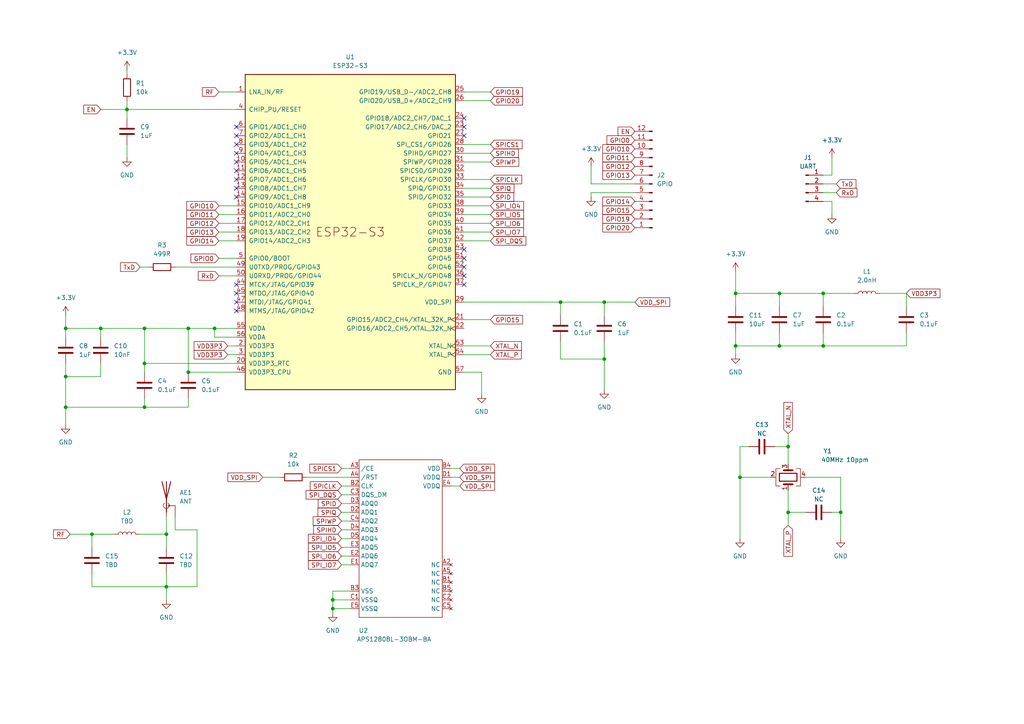
<source format=kicad_sch>
(kicad_sch (version 20211123) (generator eeschema)
  (paper "A4")
  (lib_symbols
    (symbol "Connector:Conn_01x04_Male" (pin_names (offset 1.016) hide)
      (property "Reference" "J" (at 0 5.08 0))
      (property "Value" "Conn_01x04_Male" (at 0 -7.62 0))
      (symbol "Conn_01x04_Male_1_1"
        (polyline (pts (xy 1.27 -5.08) (xy 0.8636 -5.08)) (stroke (width 0.1524)))
        (polyline (pts (xy 1.27 -2.54) (xy 0.8636 -2.54)) (stroke (width 0.1524)))
        (polyline (pts (xy 1.27 0) (xy 0.8636 0)) (stroke (width 0.1524)))
        (polyline (pts (xy 1.27 2.54) (xy 0.8636 2.54)) (stroke (width 0.1524)))
        (rectangle (start 0.8636 -4.953) (end 0 -5.207) (stroke (width 0.1524)) (fill (type outline)))
        (rectangle (start 0.8636 -2.413) (end 0 -2.667) (stroke (width 0.1524)) (fill (type outline)))
        (rectangle (start 0.8636 0.127) (end 0 -0.127) (stroke (width 0.1524)) (fill (type outline)))
        (rectangle (start 0.8636 2.667) (end 0 2.413) (stroke (width 0.1524)) (fill (type outline)))
        (pin passive line (at 5.08 2.54 180) (length 3.81) (name "Pin_1") (number "1"))
        (pin passive line (at 5.08 0 180) (length 3.81) (name "Pin_2") (number "2"))
        (pin passive line (at 5.08 -2.54 180) (length 3.81) (name "Pin_3") (number "3"))
        (pin passive line (at 5.08 -5.08 180) (length 3.81) (name "Pin_4") (number "4"))
      )
    )
    (symbol "Connector:Conn_01x12_Male" (pin_names (offset 1.016) hide)
      (property "Reference" "J" (at 0 15.24 0))
      (property "Value" "Conn_01x12_Male" (at 0 -17.78 0))
      (symbol "Conn_01x12_Male_1_1"
        (polyline (pts (xy 1.27 -15.24) (xy 0.8636 -15.24)) (stroke (width 0.1524)))
        (polyline (pts (xy 1.27 -12.7) (xy 0.8636 -12.7)) (stroke (width 0.1524)))
        (polyline (pts (xy 1.27 -10.16) (xy 0.8636 -10.16)) (stroke (width 0.1524)))
        (polyline (pts (xy 1.27 -7.62) (xy 0.8636 -7.62)) (stroke (width 0.1524)))
        (polyline (pts (xy 1.27 -5.08) (xy 0.8636 -5.08)) (stroke (width 0.1524)))
        (polyline (pts (xy 1.27 -2.54) (xy 0.8636 -2.54)) (stroke (width 0.1524)))
        (polyline (pts (xy 1.27 0) (xy 0.8636 0)) (stroke (width 0.1524)))
        (polyline (pts (xy 1.27 2.54) (xy 0.8636 2.54)) (stroke (width 0.1524)))
        (polyline (pts (xy 1.27 5.08) (xy 0.8636 5.08)) (stroke (width 0.1524)))
        (polyline (pts (xy 1.27 7.62) (xy 0.8636 7.62)) (stroke (width 0.1524)))
        (polyline (pts (xy 1.27 10.16) (xy 0.8636 10.16)) (stroke (width 0.1524)))
        (polyline (pts (xy 1.27 12.7) (xy 0.8636 12.7)) (stroke (width 0.1524)))
        (rectangle (start 0.8636 -15.113) (end 0 -15.367) (stroke (width 0.1524)) (fill (type outline)))
        (rectangle (start 0.8636 -12.573) (end 0 -12.827) (stroke (width 0.1524)) (fill (type outline)))
        (rectangle (start 0.8636 -10.033) (end 0 -10.287) (stroke (width 0.1524)) (fill (type outline)))
        (rectangle (start 0.8636 -7.493) (end 0 -7.747) (stroke (width 0.1524)) (fill (type outline)))
        (rectangle (start 0.8636 -4.953) (end 0 -5.207) (stroke (width 0.1524)) (fill (type outline)))
        (rectangle (start 0.8636 -2.413) (end 0 -2.667) (stroke (width 0.1524)) (fill (type outline)))
        (rectangle (start 0.8636 0.127) (end 0 -0.127) (stroke (width 0.1524)) (fill (type outline)))
        (rectangle (start 0.8636 2.667) (end 0 2.413) (stroke (width 0.1524)) (fill (type outline)))
        (rectangle (start 0.8636 5.207) (end 0 4.953) (stroke (width 0.1524)) (fill (type outline)))
        (rectangle (start 0.8636 7.747) (end 0 7.493) (stroke (width 0.1524)) (fill (type outline)))
        (rectangle (start 0.8636 10.287) (end 0 10.033) (stroke (width 0.1524)) (fill (type outline)))
        (rectangle (start 0.8636 12.827) (end 0 12.573) (stroke (width 0.1524)) (fill (type outline)))
        (pin passive line (at 5.08 12.7 180) (length 3.81) (name "Pin_1") (number "1"))
        (pin passive line (at 5.08 -10.16 180) (length 3.81) (name "Pin_10") (number "10"))
        (pin passive line (at 5.08 -12.7 180) (length 3.81) (name "Pin_11") (number "11"))
        (pin passive line (at 5.08 -15.24 180) (length 3.81) (name "Pin_12") (number "12"))
        (pin passive line (at 5.08 10.16 180) (length 3.81) (name "Pin_2") (number "2"))
        (pin passive line (at 5.08 7.62 180) (length 3.81) (name "Pin_3") (number "3"))
        (pin passive line (at 5.08 5.08 180) (length 3.81) (name "Pin_4") (number "4"))
        (pin passive line (at 5.08 2.54 180) (length 3.81) (name "Pin_5") (number "5"))
        (pin passive line (at 5.08 0 180) (length 3.81) (name "Pin_6") (number "6"))
        (pin passive line (at 5.08 -2.54 180) (length 3.81) (name "Pin_7") (number "7"))
        (pin passive line (at 5.08 -5.08 180) (length 3.81) (name "Pin_8") (number "8"))
        (pin passive line (at 5.08 -7.62 180) (length 3.81) (name "Pin_9") (number "9"))
      )
    )
    (symbol "Device:Antenna_Shield" (pin_numbers hide) (pin_names (offset 1.016) hide)
      (property "Reference" "AE" (at -1.905 4.445 0))
      (property "Value" "Antenna_Shield" (at -1.905 2.54 0))
      (symbol "Antenna_Shield_0_1"
        (arc (start -0.508 -1.143) (mid -0.8429 -2.1194) (end 0 -2.667))
        (arc (start 0 -2.667) (mid 0.7989 -2.1052) (end 0.508 -1.143))
        (polyline (pts (xy 0 -2.54) (xy 0 0)))
        (polyline (pts (xy 0 5.08) (xy 0 -3.81)) (stroke (width 0.254)))
        (polyline (pts (xy 0.762 -1.905) (xy 2.54 -1.905)))
        (polyline (pts (xy 2.54 -2.54) (xy 2.54 -1.905)))
        (polyline (pts (xy 1.27 5.08) (xy 0 0) (xy -1.27 5.08)) (stroke (width 0.254)))
        (circle (center 0.762 -1.905) (radius 0.1778) (fill (type outline)))
      )
      (symbol "Antenna_Shield_1_1"
        (pin input line (at 0 -5.08 90) (length 2.54) (name "A") (number "1"))
        (pin input line (at 2.54 -5.08 90) (length 2.54) (name "Shield") (number "2"))
      )
    )
    (symbol "Device:C" (pin_numbers hide) (pin_names (offset 0.254))
      (property "Reference" "C" (at 0.635 2.54 0))
      (property "Value" "C" (at 0.635 -2.54 0))
      (symbol "C_0_1"
        (polyline (pts (xy -2.032 -0.762) (xy 2.032 -0.762)) (stroke (width 0.508)))
        (polyline (pts (xy -2.032 0.762) (xy 2.032 0.762)) (stroke (width 0.508)))
      )
      (symbol "C_1_1"
        (pin passive line (at 0 3.81 270) (length 2.794) (name "~") (number "1"))
        (pin passive line (at 0 -3.81 90) (length 2.794) (name "~") (number "2"))
      )
    )
    (symbol "Device:Crystal_GND24" (pin_names (offset 1.016) hide)
      (property "Reference" "Y" (at 3.175 5.08 0))
      (property "Value" "Crystal_GND24" (at 3.175 3.175 0))
      (symbol "Crystal_GND24_0_1"
        (rectangle (start -1.143 2.54) (end 1.143 -2.54) (stroke (width 0.3048)))
        (polyline (pts (xy -2.54 0) (xy -2.032 0)))
        (polyline (pts (xy -2.032 -1.27) (xy -2.032 1.27)) (stroke (width 0.508)))
        (polyline (pts (xy 0 -3.81) (xy 0 -3.556)))
        (polyline (pts (xy 0 3.556) (xy 0 3.81)))
        (polyline (pts (xy 2.032 -1.27) (xy 2.032 1.27)) (stroke (width 0.508)))
        (polyline (pts (xy 2.032 0) (xy 2.54 0)))
        (polyline (pts (xy -2.54 -2.286) (xy -2.54 -3.556) (xy 2.54 -3.556) (xy 2.54 -2.286)))
        (polyline (pts (xy -2.54 2.286) (xy -2.54 3.556) (xy 2.54 3.556) (xy 2.54 2.286)))
      )
      (symbol "Crystal_GND24_1_1"
        (pin passive line (at -3.81 0 0) (length 1.27) (name "1") (number "1"))
        (pin passive line (at 0 5.08 270) (length 1.27) (name "2") (number "2"))
        (pin passive line (at 3.81 0 180) (length 1.27) (name "3") (number "3"))
        (pin passive line (at 0 -5.08 90) (length 1.27) (name "4") (number "4"))
      )
    )
    (symbol "Device:L" (pin_numbers hide) (pin_names (offset 1.016) hide)
      (property "Reference" "L" (at -1.27 0 90))
      (property "Value" "L" (at 1.905 0 90))
      (symbol "L_0_1"
        (arc (start 0 -2.54) (mid 0.635 -1.905) (end 0 -1.27))
        (arc (start 0 -1.27) (mid 0.635 -0.635) (end 0 0))
        (arc (start 0 0) (mid 0.635 0.635) (end 0 1.27))
        (arc (start 0 1.27) (mid 0.635 1.905) (end 0 2.54))
      )
      (symbol "L_1_1"
        (pin passive line (at 0 3.81 270) (length 1.27) (name "1") (number "1"))
        (pin passive line (at 0 -3.81 90) (length 1.27) (name "2") (number "2"))
      )
    )
    (symbol "Device:R" (pin_numbers hide) (pin_names (offset 0))
      (property "Reference" "R" (at 2.032 0 90))
      (property "Value" "R" (at 0 0 90))
      (symbol "R_0_1"
        (rectangle (start -1.016 -2.54) (end 1.016 2.54) (stroke (width 0.254)))
      )
      (symbol "R_1_1"
        (pin passive line (at 0 3.81 270) (length 1.27) (name "~") (number "1"))
        (pin passive line (at 0 -3.81 90) (length 1.27) (name "~") (number "2"))
      )
    )
    (symbol "esp-lib:ESP32-S3" (pin_names (offset 1.016))
      (property "Reference" "U" (at 0 48.26 0))
      (property "Value" "ESP32-S3" (at 0 -48.26 0))
      (symbol "ESP32-S3_0_0"
        (text "ESP32-S3" (at 0 0 0) (effects (font (size 2.54 2.54))))
        (pin bidirectional line (at 33.02 -12.7 180) (length 2.54) (name "SPICLK_N/GPIO48") (number "36"))
        (pin bidirectional line (at 33.02 -15.24 180) (length 2.54) (name "SPICLK_P/GPIO47") (number "37"))
      )
      (symbol "ESP32-S3_0_1"
        (rectangle (start -30.48 45.72) (end 30.48 -45.72) (stroke (width 0.254)) (fill (type background)))
      )
      (symbol "ESP32-S3_1_1"
        (pin bidirectional line (at -33.02 40.64 0) (length 2.54) (name "LNA_IN/RF") (number "1"))
        (pin bidirectional line (at -33.02 20.32 0) (length 2.54) (name "GPIO5/ADC1_CH4") (number "10"))
        (pin bidirectional line (at -33.02 17.78 0) (length 2.54) (name "GPIO6/ADC1_CH5") (number "11"))
        (pin bidirectional line (at -33.02 15.24 0) (length 2.54) (name "GPIO7/ADC1_CH6") (number "12"))
        (pin bidirectional line (at -33.02 12.7 0) (length 2.54) (name "GPIO8/ADC1_CH7") (number "13"))
        (pin bidirectional line (at -33.02 10.16 0) (length 2.54) (name "GPIO9/ADC1_CH8") (number "14"))
        (pin bidirectional line (at -33.02 7.62 0) (length 2.54) (name "GPIO10/ADC1_CH9") (number "15"))
        (pin bidirectional line (at -33.02 5.08 0) (length 2.54) (name "GPIO11/ADC2_CH0") (number "16"))
        (pin bidirectional line (at -33.02 2.54 0) (length 2.54) (name "GPIO12/ADC2_CH1") (number "17"))
        (pin bidirectional line (at -33.02 0 0) (length 2.54) (name "GPIO13/ADC2_CH2") (number "18"))
        (pin bidirectional line (at -33.02 -2.54 0) (length 2.54) (name "GPIO14/ADC2_CH3") (number "19"))
        (pin power_in line (at -33.02 -33.02 0) (length 2.54) (name "VDD3P3") (number "2"))
        (pin power_in line (at -33.02 -38.1 0) (length 2.54) (name "VDD3P3_RTC") (number "20"))
        (pin input clock (at 33.02 -25.4 180) (length 2.54) (name "GPIO15/ADC2_CH4/XTAL_32K_P") (number "21"))
        (pin output clock (at 33.02 -27.94 180) (length 2.54) (name "GPIO16/ADC2_CH5/XTAL_32K_N") (number "22"))
        (pin bidirectional line (at 33.02 30.48 180) (length 2.54) (name "GPIO17/ADC2_CH6/DAC_2") (number "23"))
        (pin bidirectional line (at 33.02 33.02 180) (length 2.54) (name "GPIO18/ADC2_CH7/DAC_1") (number "24"))
        (pin bidirectional line (at 33.02 40.64 180) (length 2.54) (name "GPIO19/USB_D-/ADC2_CH8") (number "25"))
        (pin bidirectional line (at 33.02 38.1 180) (length 2.54) (name "GPIO20/USB_D+/ADC2_CH9") (number "26"))
        (pin bidirectional line (at 33.02 27.94 180) (length 2.54) (name "GPIO21") (number "27"))
        (pin bidirectional line (at 33.02 25.4 180) (length 2.54) (name "SPI_CS1/GPIO26") (number "28"))
        (pin power_out line (at 33.02 -20.32 180) (length 2.54) (name "VDD_SPI") (number "29"))
        (pin power_in line (at -33.02 -35.56 0) (length 2.54) (name "VDD3P3") (number "3"))
        (pin bidirectional line (at 33.02 22.86 180) (length 2.54) (name "SPIHD/GPIO27") (number "30"))
        (pin bidirectional line (at 33.02 20.32 180) (length 2.54) (name "SPIWP/GPIO28") (number "31"))
        (pin bidirectional line (at 33.02 17.78 180) (length 2.54) (name "SPICS0/GPIO29") (number "32"))
        (pin bidirectional line (at 33.02 15.24 180) (length 2.54) (name "SPICLK/GPIO30") (number "33"))
        (pin bidirectional line (at 33.02 12.7 180) (length 2.54) (name "SPIQ/GPIO31") (number "34"))
        (pin bidirectional line (at 33.02 10.16 180) (length 2.54) (name "SPID/GPIO32") (number "35"))
        (pin bidirectional line (at 33.02 7.62 180) (length 2.54) (name "GPIO33") (number "38"))
        (pin bidirectional line (at 33.02 5.08 180) (length 2.54) (name "GPIO34") (number "39"))
        (pin input line (at -33.02 35.56 0) (length 2.54) (name "CHIP_PU/RESET") (number "4"))
        (pin bidirectional line (at 33.02 2.54 180) (length 2.54) (name "GPIO35") (number "40"))
        (pin bidirectional line (at 33.02 0 180) (length 2.54) (name "GPIO36") (number "41"))
        (pin bidirectional line (at 33.02 -2.54 180) (length 2.54) (name "GPIO37") (number "42"))
        (pin bidirectional line (at 33.02 -5.08 180) (length 2.54) (name "GPIO38") (number "43"))
        (pin bidirectional line (at -33.02 -15.24 0) (length 2.54) (name "MTCK/JTAG/GPIO39") (number "44"))
        (pin bidirectional line (at -33.02 -17.78 0) (length 2.54) (name "MTDO/JTAG/GPIO40") (number "45"))
        (pin power_in line (at -33.02 -40.64 0) (length 2.54) (name "VDD3P3_CPU") (number "46"))
        (pin bidirectional line (at -33.02 -20.32 0) (length 2.54) (name "MTDI/JTAG/GPIO41") (number "47"))
        (pin bidirectional line (at -33.02 -22.86 0) (length 2.54) (name "MTMS/JTAG/GPIO42") (number "48"))
        (pin bidirectional line (at -33.02 -10.16 0) (length 2.54) (name "U0TXD/PROG/GPIO43") (number "49"))
        (pin bidirectional line (at -33.02 -7.62 0) (length 2.54) (name "GPIO0/BOOT") (number "5"))
        (pin bidirectional line (at -33.02 -12.7 0) (length 2.54) (name "U0RXD/PROG/GPIO44") (number "50"))
        (pin bidirectional line (at 33.02 -7.62 180) (length 2.54) (name "GPIO45") (number "51"))
        (pin bidirectional line (at 33.02 -10.16 180) (length 2.54) (name "GPIO46") (number "52"))
        (pin input clock (at 33.02 -33.02 180) (length 2.54) (name "XTAL_N") (number "53"))
        (pin output clock (at 33.02 -35.56 180) (length 2.54) (name "XTAL_P") (number "54"))
        (pin power_in line (at -33.02 -27.94 0) (length 2.54) (name "VDDA") (number "55"))
        (pin power_in line (at -33.02 -30.48 0) (length 2.54) (name "VDDA") (number "56"))
        (pin power_in line (at 33.02 -40.64 180) (length 2.54) (name "GND") (number "57"))
        (pin bidirectional line (at -33.02 30.48 0) (length 2.54) (name "GPIO1/ADC1_CH0") (number "6"))
        (pin bidirectional line (at -33.02 27.94 0) (length 2.54) (name "GPIO2/ADC1_CH1") (number "7"))
        (pin bidirectional line (at -33.02 25.4 0) (length 2.54) (name "GPIO3/ADC1_CH2") (number "8"))
        (pin bidirectional line (at -33.02 22.86 0) (length 2.54) (name "GPIO4/ADC1_CH3") (number "9"))
      )
    )
    (symbol "jackco-lib:APS12808L-3OBM-BA"
      (property "Reference" "U" (at 0 23.73 0))
      (property "Value" "APS12808L-3OBM-BA" (at 0 -26.27 0))
      (symbol "APS12808L-3OBM-BA_0_1"
        (polyline (pts (xy -12.7 21.59) (xy 11.43 21.59) (xy 11.43 -24.13) (xy -12.7 -24.13) (xy -12.7 21.59)))
      )
      (symbol "APS12808L-3OBM-BA_1_1"
        (pin no_connect line (at 13.97 -8.89 180) (length 2.54) (name "NC") (number "A2"))
        (pin input line (at -15.24 19.05 0) (length 2.54) (name "/CE") (number "A3"))
        (pin input line (at -15.24 16.51 0) (length 2.54) (name "/RST") (number "A4"))
        (pin no_connect line (at 13.97 -11.43 180) (length 2.54) (name "NC") (number "A5"))
        (pin no_connect line (at 13.97 -13.97 180) (length 2.54) (name "NC") (number "B1"))
        (pin input line (at -15.24 13.97 0) (length 2.54) (name "CLK") (number "B2"))
        (pin power_in line (at -15.24 -16.51 0) (length 2.54) (name "VSS") (number "B3"))
        (pin power_in line (at 13.97 19.05 180) (length 2.54) (name "VDD") (number "B4"))
        (pin no_connect line (at 13.97 -16.51 180) (length 2.54) (name "NC") (number "B5"))
        (pin power_in line (at -15.24 -19.05 0) (length 2.54) (name "VSSQ") (number "C1"))
        (pin no_connect line (at 13.97 -19.05 180) (length 2.54) (name "NC") (number "C2"))
        (pin bidirectional line (at -15.24 11.43 0) (length 2.54) (name "DQS_DM") (number "C3"))
        (pin bidirectional line (at -15.24 3.81 0) (length 2.54) (name "ADQ2") (number "C4"))
        (pin no_connect line (at 13.97 -21.59 180) (length 2.54) (name "NC") (number "C5"))
        (pin power_in line (at 13.97 16.51 180) (length 2.54) (name "VDDQ") (number "D1"))
        (pin bidirectional line (at -15.24 6.35 0) (length 2.54) (name "ADQ1") (number "D2"))
        (pin bidirectional line (at -15.24 8.89 0) (length 2.54) (name "ADQ0") (number "D3"))
        (pin bidirectional line (at -15.24 1.27 0) (length 2.54) (name "ADQ3") (number "D4"))
        (pin bidirectional line (at -15.24 -1.27 0) (length 2.54) (name "ADQ4") (number "D5"))
        (pin bidirectional line (at -15.24 -8.89 0) (length 2.54) (name "ADQ7") (number "E1"))
        (pin bidirectional line (at -15.24 -6.35 0) (length 2.54) (name "ADQ6") (number "E2"))
        (pin bidirectional line (at -15.24 -3.81 0) (length 2.54) (name "ADQ5") (number "E3"))
        (pin power_in line (at 13.97 13.97 180) (length 2.54) (name "VDDQ") (number "E4"))
        (pin power_in line (at -15.24 -21.59 0) (length 2.54) (name "VSSQ") (number "E5"))
      )
    )
    (symbol "power:+3.3V" (power) (pin_names (offset 0))
      (property "Value" "+3.3V" (at 0 3.556 0))
      (symbol "+3.3V_0_1"
        (polyline (pts (xy -0.762 1.27) (xy 0 2.54)))
        (polyline (pts (xy 0 0) (xy 0 2.54)))
        (polyline (pts (xy 0 2.54) (xy 0.762 1.27)))
      )
      (symbol "+3.3V_1_1"
        (pin power_in line (at 0 0 90) (length 0) hide (name "+3.3V") (number "1"))
      )
    )
    (symbol "power:GND" (power) (pin_names (offset 0))
      (property "Value" "GND" (at 0 -3.81 0))
      (symbol "GND_0_1"
        (polyline (pts (xy 0 0) (xy 0 -1.27) (xy 1.27 -1.27) (xy 0 -2.54) (xy -1.27 -1.27) (xy 0 -1.27)))
      )
      (symbol "GND_1_1"
        (pin power_in line (at 0 0 270) (length 0) hide (name "GND") (number "1"))
      )
    )
  )
  (junction (at 96.52 173.99))
  (junction (at 19.05 118.11))
  (junction (at 238.76 100.33))
  (junction (at 175.26 104.14))
  (junction (at 226.06 100.33))
  (junction (at 62.23 95.25))
  (junction (at 228.6 129.54))
  (junction (at 213.36 85.09))
  (junction (at 54.61 95.25))
  (junction (at 41.91 118.11))
  (junction (at 36.83 31.75))
  (junction (at 41.91 105.41))
  (junction (at 226.06 85.09))
  (junction (at 19.05 95.25))
  (junction (at 48.26 170.18))
  (junction (at 96.52 176.53))
  (junction (at 48.26 154.94))
  (junction (at 175.26 87.63))
  (junction (at 162.56 87.63))
  (junction (at 238.76 85.09))
  (junction (at 214.63 138.43))
  (junction (at 243.84 148.59))
  (junction (at 29.21 95.25))
  (junction (at 26.67 154.94))
  (junction (at 213.36 100.33))
  (junction (at 41.91 95.25))
  (junction (at 228.6 148.59))
  (junction (at 19.05 109.22))
  (junction (at 54.61 107.95))
  (no_connect (at 68.58 36.83))
  (no_connect (at 68.58 39.37))
  (no_connect (at 68.58 41.91))
  (no_connect (at 68.58 90.17))
  (no_connect (at 68.58 87.63))
  (no_connect (at 68.58 85.09))
  (no_connect (at 68.58 82.55))
  (no_connect (at 68.58 49.53))
  (no_connect (at 68.58 52.07))
  (no_connect (at 68.58 54.61))
  (no_connect (at 68.58 57.15))
  (no_connect (at 68.58 44.45))
  (no_connect (at 68.58 46.99))
  (no_connect (at 134.62 36.83))
  (no_connect (at 134.62 34.29))
  (no_connect (at 134.62 39.37))
  (no_connect (at 134.62 72.39))
  (no_connect (at 134.62 82.55))
  (no_connect (at 134.62 80.01))
  (no_connect (at 134.62 74.93))
  (no_connect (at 134.62 77.47))
  (wire (pts (xy 36.83 41.91) (xy 36.83 45.72)))
  (wire (pts (xy 99.06 158.75) (xy 101.6 158.75)))
  (wire (pts (xy 134.62 44.45) (xy 142.24 44.45)))
  (wire (pts (xy 99.06 143.51) (xy 101.6 143.51)))
  (wire (pts (xy 139.7 107.95) (xy 139.7 114.3)))
  (wire (pts (xy 63.5 59.69) (xy 68.58 59.69)))
  (wire (pts (xy 162.56 87.63) (xy 162.56 91.44)))
  (wire (pts (xy 228.6 148.59) (xy 233.68 148.59)))
  (wire (pts (xy 57.15 153.67) (xy 50.8 153.67)))
  (wire (pts (xy 29.21 95.25) (xy 41.91 95.25)))
  (wire (pts (xy 63.5 26.67) (xy 68.58 26.67)))
  (wire (pts (xy 241.3 50.8) (xy 241.3 45.72)))
  (wire (pts (xy 62.23 95.25) (xy 62.23 97.79)))
  (wire (pts (xy 238.76 96.52) (xy 238.76 100.33)))
  (wire (pts (xy 63.5 62.23) (xy 68.58 62.23)))
  (wire (pts (xy 241.3 148.59) (xy 243.84 148.59)))
  (wire (pts (xy 41.91 105.41) (xy 41.91 107.95)))
  (wire (pts (xy 175.26 104.14) (xy 175.26 113.03)))
  (wire (pts (xy 99.06 140.97) (xy 101.6 140.97)))
  (wire (pts (xy 63.5 80.01) (xy 68.58 80.01)))
  (wire (pts (xy 184.15 55.88) (xy 171.45 55.88)))
  (wire (pts (xy 48.26 166.37) (xy 48.26 170.18)))
  (wire (pts (xy 134.62 52.07) (xy 142.24 52.07)))
  (wire (pts (xy 162.56 104.14) (xy 175.26 104.14)))
  (wire (pts (xy 48.26 154.94) (xy 48.26 158.75)))
  (wire (pts (xy 96.52 176.53) (xy 101.6 176.53)))
  (wire (pts (xy 41.91 115.57) (xy 41.91 118.11)))
  (wire (pts (xy 134.62 69.85) (xy 142.24 69.85)))
  (wire (pts (xy 19.05 118.11) (xy 19.05 123.19)))
  (wire (pts (xy 228.6 148.59) (xy 228.6 152.4)))
  (wire (pts (xy 101.6 171.45) (xy 96.52 171.45)))
  (wire (pts (xy 134.62 87.63) (xy 162.56 87.63)))
  (wire (pts (xy 63.5 74.93) (xy 68.58 74.93)))
  (wire (pts (xy 217.17 129.54) (xy 214.63 129.54)))
  (wire (pts (xy 238.76 100.33) (xy 262.89 100.33)))
  (wire (pts (xy 162.56 99.06) (xy 162.56 104.14)))
  (wire (pts (xy 134.62 54.61) (xy 142.24 54.61)))
  (wire (pts (xy 228.6 142.24) (xy 228.6 148.59)))
  (wire (pts (xy 62.23 97.79) (xy 68.58 97.79)))
  (wire (pts (xy 238.76 85.09) (xy 247.65 85.09)))
  (wire (pts (xy 48.26 154.94) (xy 48.26 149.86)))
  (wire (pts (xy 171.45 48.26) (xy 171.45 53.34)))
  (wire (pts (xy 228.6 125.73) (xy 228.6 129.54)))
  (wire (pts (xy 20.32 154.94) (xy 26.67 154.94)))
  (wire (pts (xy 48.26 170.18) (xy 48.26 173.99)))
  (wire (pts (xy 29.21 31.75) (xy 36.83 31.75)))
  (wire (pts (xy 213.36 85.09) (xy 213.36 88.9)))
  (wire (pts (xy 36.83 29.21) (xy 36.83 31.75)))
  (wire (pts (xy 134.62 57.15) (xy 142.24 57.15)))
  (wire (pts (xy 175.26 87.63) (xy 184.15 87.63)))
  (wire (pts (xy 99.06 161.29) (xy 101.6 161.29)))
  (wire (pts (xy 224.79 129.54) (xy 228.6 129.54)))
  (wire (pts (xy 134.62 59.69) (xy 142.24 59.69)))
  (wire (pts (xy 36.83 31.75) (xy 68.58 31.75)))
  (wire (pts (xy 29.21 95.25) (xy 29.21 97.79)))
  (wire (pts (xy 36.83 20.32) (xy 36.83 21.59)))
  (wire (pts (xy 36.83 31.75) (xy 36.83 34.29)))
  (wire (pts (xy 57.15 170.18) (xy 57.15 153.67)))
  (wire (pts (xy 226.06 85.09) (xy 238.76 85.09)))
  (wire (pts (xy 175.26 99.06) (xy 175.26 104.14)))
  (wire (pts (xy 54.61 115.57) (xy 54.61 118.11)))
  (wire (pts (xy 63.5 64.77) (xy 68.58 64.77)))
  (wire (pts (xy 134.62 107.95) (xy 139.7 107.95)))
  (wire (pts (xy 66.04 100.33) (xy 68.58 100.33)))
  (wire (pts (xy 134.62 46.99) (xy 142.24 46.99)))
  (wire (pts (xy 134.62 67.31) (xy 142.24 67.31)))
  (wire (pts (xy 40.64 77.47) (xy 43.18 77.47)))
  (wire (pts (xy 96.52 176.53) (xy 96.52 177.8)))
  (wire (pts (xy 262.89 85.09) (xy 262.89 88.9)))
  (wire (pts (xy 76.2 138.43) (xy 81.28 138.43)))
  (wire (pts (xy 238.76 58.42) (xy 241.3 58.42)))
  (wire (pts (xy 134.62 62.23) (xy 142.24 62.23)))
  (wire (pts (xy 26.67 154.94) (xy 26.67 158.75)))
  (wire (pts (xy 66.04 102.87) (xy 68.58 102.87)))
  (wire (pts (xy 243.84 138.43) (xy 243.84 148.59)))
  (wire (pts (xy 29.21 105.41) (xy 29.21 109.22)))
  (wire (pts (xy 19.05 109.22) (xy 29.21 109.22)))
  (wire (pts (xy 226.06 100.33) (xy 213.36 100.33)))
  (wire (pts (xy 88.9 138.43) (xy 101.6 138.43)))
  (wire (pts (xy 19.05 95.25) (xy 19.05 97.79)))
  (wire (pts (xy 26.67 166.37) (xy 26.67 170.18)))
  (wire (pts (xy 99.06 135.89) (xy 101.6 135.89)))
  (wire (pts (xy 233.68 138.43) (xy 243.84 138.43)))
  (wire (pts (xy 130.81 138.43) (xy 133.35 138.43)))
  (wire (pts (xy 48.26 170.18) (xy 57.15 170.18)))
  (wire (pts (xy 68.58 105.41) (xy 41.91 105.41)))
  (wire (pts (xy 54.61 107.95) (xy 54.61 95.25)))
  (wire (pts (xy 99.06 151.13) (xy 101.6 151.13)))
  (wire (pts (xy 41.91 118.11) (xy 19.05 118.11)))
  (wire (pts (xy 99.06 153.67) (xy 101.6 153.67)))
  (wire (pts (xy 238.76 50.8) (xy 241.3 50.8)))
  (wire (pts (xy 226.06 85.09) (xy 213.36 85.09)))
  (wire (pts (xy 63.5 69.85) (xy 68.58 69.85)))
  (wire (pts (xy 26.67 154.94) (xy 33.02 154.94)))
  (wire (pts (xy 241.3 58.42) (xy 241.3 62.23)))
  (wire (pts (xy 130.81 140.97) (xy 133.35 140.97)))
  (wire (pts (xy 62.23 95.25) (xy 68.58 95.25)))
  (wire (pts (xy 228.6 129.54) (xy 228.6 134.62)))
  (wire (pts (xy 41.91 95.25) (xy 54.61 95.25)))
  (wire (pts (xy 226.06 88.9) (xy 226.06 85.09)))
  (wire (pts (xy 54.61 118.11) (xy 41.91 118.11)))
  (wire (pts (xy 54.61 95.25) (xy 62.23 95.25)))
  (wire (pts (xy 134.62 41.91) (xy 142.24 41.91)))
  (wire (pts (xy 162.56 87.63) (xy 175.26 87.63)))
  (wire (pts (xy 134.62 100.33) (xy 142.24 100.33)))
  (wire (pts (xy 243.84 148.59) (xy 243.84 156.21)))
  (wire (pts (xy 262.89 96.52) (xy 262.89 100.33)))
  (wire (pts (xy 99.06 148.59) (xy 101.6 148.59)))
  (wire (pts (xy 40.64 154.94) (xy 48.26 154.94)))
  (wire (pts (xy 96.52 171.45) (xy 96.52 173.99)))
  (wire (pts (xy 175.26 87.63) (xy 175.26 91.44)))
  (wire (pts (xy 238.76 85.09) (xy 238.76 88.9)))
  (wire (pts (xy 50.8 153.67) (xy 50.8 149.86)))
  (wire (pts (xy 238.76 100.33) (xy 226.06 100.33)))
  (wire (pts (xy 134.62 92.71) (xy 142.24 92.71)))
  (wire (pts (xy 96.52 173.99) (xy 101.6 173.99)))
  (wire (pts (xy 213.36 78.74) (xy 213.36 85.09)))
  (wire (pts (xy 238.76 55.88) (xy 242.57 55.88)))
  (wire (pts (xy 134.62 64.77) (xy 142.24 64.77)))
  (wire (pts (xy 214.63 138.43) (xy 223.52 138.43)))
  (wire (pts (xy 213.36 100.33) (xy 213.36 102.87)))
  (wire (pts (xy 226.06 96.52) (xy 226.06 100.33)))
  (wire (pts (xy 130.81 135.89) (xy 133.35 135.89)))
  (wire (pts (xy 171.45 53.34) (xy 184.15 53.34)))
  (wire (pts (xy 19.05 109.22) (xy 19.05 118.11)))
  (wire (pts (xy 134.62 29.21) (xy 142.24 29.21)))
  (wire (pts (xy 54.61 107.95) (xy 68.58 107.95)))
  (wire (pts (xy 134.62 26.67) (xy 142.24 26.67)))
  (wire (pts (xy 99.06 146.05) (xy 101.6 146.05)))
  (wire (pts (xy 238.76 53.34) (xy 242.57 53.34)))
  (wire (pts (xy 171.45 55.88) (xy 171.45 57.15)))
  (wire (pts (xy 213.36 96.52) (xy 213.36 100.33)))
  (wire (pts (xy 19.05 91.44) (xy 19.05 95.25)))
  (wire (pts (xy 26.67 170.18) (xy 48.26 170.18)))
  (wire (pts (xy 19.05 95.25) (xy 29.21 95.25)))
  (wire (pts (xy 19.05 105.41) (xy 19.05 109.22)))
  (wire (pts (xy 255.27 85.09) (xy 262.89 85.09)))
  (wire (pts (xy 214.63 138.43) (xy 214.63 156.21)))
  (wire (pts (xy 41.91 95.25) (xy 41.91 105.41)))
  (wire (pts (xy 214.63 129.54) (xy 214.63 138.43)))
  (wire (pts (xy 96.52 173.99) (xy 96.52 176.53)))
  (wire (pts (xy 99.06 163.83) (xy 101.6 163.83)))
  (wire (pts (xy 99.06 156.21) (xy 101.6 156.21)))
  (wire (pts (xy 63.5 67.31) (xy 68.58 67.31)))
  (wire (pts (xy 50.8 77.47) (xy 68.58 77.47)))
  (wire (pts (xy 134.62 102.87) (xy 142.24 102.87)))
  (global_label "VDD_SPI" (shape input) (at 184.15 87.63 0) (property "Intersheet References" "${INTERSHEET_REFS}" (effects hide)))
  (global_label "SPIWP" (shape input) (at 142.24 46.99 0) (property "Intersheet References" "${INTERSHEET_REFS}" (effects hide)))
  (global_label "SPICS1" (shape input) (at 99.06 135.89 180) (property "Intersheet References" "${INTERSHEET_REFS}" (effects hide)))
  (global_label "VDD_SPI" (shape input) (at 76.2 138.43 180) (property "Intersheet References" "${INTERSHEET_REFS}" (effects hide)))
  (global_label "SPID" (shape input) (at 142.24 57.15 0) (property "Intersheet References" "${INTERSHEET_REFS}" (effects hide)))
  (global_label "GPIO14" (shape input) (at 63.5 69.85 180) (property "Intersheet References" "${INTERSHEET_REFS}" (effects hide)))
  (global_label "SPI_IO4" (shape input) (at 142.24 59.69 0) (property "Intersheet References" "${INTERSHEET_REFS}" (effects hide)))
  (global_label "SPID" (shape input) (at 99.06 146.05 180) (property "Intersheet References" "${INTERSHEET_REFS}" (effects hide)))
  (global_label "GPIO15" (shape input) (at 184.15 60.96 180) (property "Intersheet References" "${INTERSHEET_REFS}" (effects hide)))
  (global_label "SPI_IO4" (shape input) (at 99.06 156.21 180) (property "Intersheet References" "${INTERSHEET_REFS}" (effects hide)))
  (global_label "SPI_IO6" (shape input) (at 142.24 64.77 0) (property "Intersheet References" "${INTERSHEET_REFS}" (effects hide)))
  (global_label "GPIO20" (shape input) (at 184.15 66.04 180) (property "Intersheet References" "${INTERSHEET_REFS}" (effects hide)))
  (global_label "RxD" (shape input) (at 63.5 80.01 180) (property "Intersheet References" "${INTERSHEET_REFS}" (effects hide)))
  (global_label "GPIO20" (shape input) (at 142.24 29.21 0) (property "Intersheet References" "${INTERSHEET_REFS}" (effects hide)))
  (global_label "GPIO10" (shape input) (at 63.5 59.69 180) (property "Intersheet References" "${INTERSHEET_REFS}" (effects hide)))
  (global_label "GPIO11" (shape input) (at 184.15 45.72 180) (property "Intersheet References" "${INTERSHEET_REFS}" (effects hide)))
  (global_label "VDD_SPI" (shape input) (at 133.35 140.97 0) (property "Intersheet References" "${INTERSHEET_REFS}" (effects hide)))
  (global_label "GPIO15" (shape input) (at 142.24 92.71 0) (property "Intersheet References" "${INTERSHEET_REFS}" (effects hide)))
  (global_label "VDD_SPI" (shape input) (at 133.35 135.89 0) (property "Intersheet References" "${INTERSHEET_REFS}" (effects hide)))
  (global_label "GPIO10" (shape input) (at 184.15 43.18 180) (property "Intersheet References" "${INTERSHEET_REFS}" (effects hide)))
  (global_label "GPIO13" (shape input) (at 184.15 50.8 180) (property "Intersheet References" "${INTERSHEET_REFS}" (effects hide)))
  (global_label "EN" (shape input) (at 29.21 31.75 180) (property "Intersheet References" "${INTERSHEET_REFS}" (effects hide)))
  (global_label "SPIQ" (shape input) (at 99.06 148.59 180) (property "Intersheet References" "${INTERSHEET_REFS}" (effects hide)))
  (global_label "SPIHD" (shape input) (at 99.06 153.67 180) (property "Intersheet References" "${INTERSHEET_REFS}" (effects hide)))
  (global_label "RF" (shape input) (at 63.5 26.67 180) (property "Intersheet References" "${INTERSHEET_REFS}" (effects hide)))
  (global_label "SPI_IO6" (shape input) (at 99.06 161.29 180) (property "Intersheet References" "${INTERSHEET_REFS}" (effects hide)))
  (global_label "VDD3P3" (shape input) (at 262.89 85.09 0) (property "Intersheet References" "${INTERSHEET_REFS}" (effects hide)))
  (global_label "GPIO11" (shape input) (at 63.5 62.23 180) (property "Intersheet References" "${INTERSHEET_REFS}" (effects hide)))
  (global_label "VDD_SPI" (shape input) (at 133.35 138.43 0) (property "Intersheet References" "${INTERSHEET_REFS}" (effects hide)))
  (global_label "TxD" (shape input) (at 242.57 53.34 0) (property "Intersheet References" "${INTERSHEET_REFS}" (effects hide)))
  (global_label "SPIWP" (shape input) (at 99.06 151.13 180) (property "Intersheet References" "${INTERSHEET_REFS}" (effects hide)))
  (global_label "SPI_DQS" (shape input) (at 142.24 69.85 0) (property "Intersheet References" "${INTERSHEET_REFS}" (effects hide)))
  (global_label "XTAL_P" (shape input) (at 228.6 152.4 270) (property "Intersheet References" "${INTERSHEET_REFS}" (effects hide)))
  (global_label "GPIO19" (shape input) (at 184.15 63.5 180) (property "Intersheet References" "${INTERSHEET_REFS}" (effects hide)))
  (global_label "RF" (shape input) (at 20.32 154.94 180) (property "Intersheet References" "${INTERSHEET_REFS}" (effects hide)))
  (global_label "SPIHD" (shape input) (at 142.24 44.45 0) (property "Intersheet References" "${INTERSHEET_REFS}" (effects hide)))
  (global_label "SPICLK" (shape input) (at 142.24 52.07 0) (property "Intersheet References" "${INTERSHEET_REFS}" (effects hide)))
  (global_label "SPICS1" (shape input) (at 142.24 41.91 0) (property "Intersheet References" "${INTERSHEET_REFS}" (effects hide)))
  (global_label "GPIO19" (shape input) (at 142.24 26.67 0) (property "Intersheet References" "${INTERSHEET_REFS}" (effects hide)))
  (global_label "SPI_IO5" (shape input) (at 142.24 62.23 0) (property "Intersheet References" "${INTERSHEET_REFS}" (effects hide)))
  (global_label "GPIO12" (shape input) (at 63.5 64.77 180) (property "Intersheet References" "${INTERSHEET_REFS}" (effects hide)))
  (global_label "SPIQ" (shape input) (at 142.24 54.61 0) (property "Intersheet References" "${INTERSHEET_REFS}" (effects hide)))
  (global_label "GPIO0" (shape input) (at 63.5 74.93 180) (property "Intersheet References" "${INTERSHEET_REFS}" (effects hide)))
  (global_label "XTAL_N" (shape input) (at 228.6 125.73 90) (property "Intersheet References" "${INTERSHEET_REFS}" (effects hide)))
  (global_label "SPICLK" (shape input) (at 99.06 140.97 180) (property "Intersheet References" "${INTERSHEET_REFS}" (effects hide)))
  (global_label "VDD3P3" (shape input) (at 66.04 102.87 180) (property "Intersheet References" "${INTERSHEET_REFS}" (effects hide)))
  (global_label "GPIO12" (shape input) (at 184.15 48.26 180) (property "Intersheet References" "${INTERSHEET_REFS}" (effects hide)))
  (global_label "GPIO0" (shape input) (at 184.15 40.64 180) (property "Intersheet References" "${INTERSHEET_REFS}" (effects hide)))
  (global_label "GPIO13" (shape input) (at 63.5 67.31 180) (property "Intersheet References" "${INTERSHEET_REFS}" (effects hide)))
  (global_label "VDD3P3" (shape input) (at 66.04 100.33 180) (property "Intersheet References" "${INTERSHEET_REFS}" (effects hide)))
  (global_label "RxD" (shape input) (at 242.57 55.88 0) (property "Intersheet References" "${INTERSHEET_REFS}" (effects hide)))
  (global_label "EN" (shape input) (at 184.15 38.1 180) (property "Intersheet References" "${INTERSHEET_REFS}" (effects hide)))
  (global_label "SPI_IO7" (shape input) (at 99.06 163.83 180) (property "Intersheet References" "${INTERSHEET_REFS}" (effects hide)))
  (global_label "SPI_DQS" (shape input) (at 99.06 143.51 180) (property "Intersheet References" "${INTERSHEET_REFS}" (effects hide)))
  (global_label "SPI_IO5" (shape input) (at 99.06 158.75 180) (property "Intersheet References" "${INTERSHEET_REFS}" (effects hide)))
  (global_label "XTAL_N" (shape input) (at 142.24 100.33 0) (property "Intersheet References" "${INTERSHEET_REFS}" (effects hide)))
  (global_label "XTAL_P" (shape input) (at 142.24 102.87 0) (property "Intersheet References" "${INTERSHEET_REFS}" (effects hide)))
  (global_label "SPI_IO7" (shape input) (at 142.24 67.31 0) (property "Intersheet References" "${INTERSHEET_REFS}" (effects hide)))
  (global_label "TxD" (shape input) (at 40.64 77.47 180) (property "Intersheet References" "${INTERSHEET_REFS}" (effects hide)))
  (global_label "GPIO14" (shape input) (at 184.15 58.42 180) (property "Intersheet References" "${INTERSHEET_REFS}" (effects hide)))
  (symbol (lib_id "power:GND") (at 171.45 57.15 0) (unit 1)
    (property "Reference" "#PWR0102" (effects hide))
    (property "Value" "GND" (at 171.45 62.23 0))
  )
  (symbol (lib_id "power:+3.3V") (at 213.36 78.74 0) (unit 1)
    (property "Reference" "#PWR0106" (effects hide))
    (property "Value" "+3.3V" (at 213.36 73.66 0))
  )
  (symbol (lib_id "Device:C") (at 29.21 101.6 180) (unit 1)
    (property "Reference" "C10" (at 33.02 100.3299 0) (effects (justify right)))
    (property "Value" "10nF" (at 33.02 102.8699 0) (effects (justify right)))
    (property "Footprint" "Capacitor_SMD:C_0603_1608Metric_Pad1.08x0.95mm_HandSolder" (effects hide))
  )
  (symbol (lib_id "Device:Antenna_Shield") (at 48.26 144.78 0) (unit 1)
    (property "Reference" "AE1" (at 52.07 142.8749 0) (effects (justify left)))
    (property "Value" "ANT" (at 52.07 145.4149 0) (effects (justify left)))
    (property "Footprint" "RF_Antenna:Texas_SWRA117D_2.4GHz_Left" (effects hide))
  )
  (symbol (lib_id "power:GND") (at 175.26 113.03 0) (unit 1)
    (property "Reference" "#PWR0101" (effects hide))
    (property "Value" "GND" (at 175.26 118.11 0))
  )
  (symbol (lib_id "Device:C") (at 48.26 162.56 0) (unit 1)
    (property "Reference" "C12" (at 52.07 161.2899 0) (effects (justify left)))
    (property "Value" "TBD" (at 52.07 163.8299 0) (effects (justify left)))
    (property "Footprint" "Capacitor_SMD:C_0603_1608Metric_Pad1.08x0.95mm_HandSolder" (effects hide))
  )
  (symbol (lib_id "jackco-lib:APS12808L-3OBM-BA") (at 116.84 154.94 0) (unit 1)
    (property "Reference" "U2" (at 105.41 182.88 0))
    (property "Value" "APS12808L-3OBM-BA" (at 114.3 185.42 0))
    (property "Footprint" "Jackco:MINIBGA-24L" (effects hide))
  )
  (symbol (lib_id "Device:R") (at 46.99 77.47 90) (unit 1)
    (property "Reference" "R3" (at 46.99 71.12 90))
    (property "Value" "499R" (at 46.99 73.66 90))
    (property "Footprint" "Resistor_SMD:R_0603_1608Metric_Pad0.98x0.95mm_HandSolder" (effects hide))
  )
  (symbol (lib_id "Device:C") (at 175.26 95.25 0) (unit 1)
    (property "Reference" "C6" (at 179.07 93.9799 0) (effects (justify left)))
    (property "Value" "1uF" (at 179.07 96.5199 0) (effects (justify left)))
    (property "Footprint" "Capacitor_SMD:C_0603_1608Metric_Pad1.08x0.95mm_HandSolder" (effects hide))
  )
  (symbol (lib_id "esp-lib:ESP32-S3") (at 101.6 67.31 0) (unit 1)
    (property "Reference" "U1" (at 101.6 16.51 0))
    (property "Value" "ESP32-S3" (at 101.6 19.05 0))
    (property "Footprint" "Package_DFN_QFN:QFN-56-1EP_7x7mm_P0.4mm_EP5.6x5.6mm" (effects hide))
    (property "Datasheet" "https://www.espressif.com/sites/default/files/documentation/esp32-s3_datasheet_en.pdf" (effects hide))
  )
  (symbol (lib_id "Device:L") (at 36.83 154.94 90) (unit 1)
    (property "Reference" "L2" (at 36.83 148.59 90))
    (property "Value" "TBD" (at 36.83 151.13 90))
    (property "Footprint" "Inductor_SMD:L_0603_1608Metric_Pad1.05x0.95mm_HandSolder" (effects hide))
  )
  (symbol (lib_id "Device:C") (at 238.76 92.71 0) (unit 1)
    (property "Reference" "C2" (at 242.57 91.4399 0) (effects (justify left)))
    (property "Value" "0.1uF" (at 242.57 93.9799 0) (effects (justify left)))
    (property "Footprint" "Capacitor_SMD:C_0603_1608Metric_Pad1.08x0.95mm_HandSolder" (effects hide))
  )
  (symbol (lib_id "Device:C") (at 26.67 162.56 180) (unit 1)
    (property "Reference" "C15" (at 30.48 161.2899 0) (effects (justify right)))
    (property "Value" "TBD" (at 30.48 163.8299 0) (effects (justify right)))
    (property "Footprint" "Capacitor_SMD:C_0603_1608Metric_Pad1.08x0.95mm_HandSolder" (effects hide))
  )
  (symbol (lib_id "power:GND") (at 241.3 62.23 0) (unit 1)
    (property "Reference" "#PWR0107" (effects hide))
    (property "Value" "GND" (at 241.3 67.31 0))
  )
  (symbol (lib_id "power:GND") (at 36.83 45.72 0) (unit 1)
    (property "Reference" "#PWR0111" (effects hide))
    (property "Value" "GND" (at 36.83 50.8 0))
  )
  (symbol (lib_id "Device:R") (at 36.83 25.4 0) (unit 1)
    (property "Reference" "R1" (at 39.37 24.1299 0) (effects (justify left)))
    (property "Value" "10k" (at 39.37 26.6699 0) (effects (justify left)))
    (property "Footprint" "Resistor_SMD:R_0603_1608Metric_Pad0.98x0.95mm_HandSolder" (effects hide))
  )
  (symbol (lib_id "Device:C") (at 41.91 111.76 0) (unit 1)
    (property "Reference" "C4" (at 45.72 110.4899 0) (effects (justify left)))
    (property "Value" "0.1uF" (at 45.72 113.0299 0) (effects (justify left)))
    (property "Footprint" "Capacitor_SMD:C_0603_1608Metric_Pad1.08x0.95mm_HandSolder" (effects hide))
  )
  (symbol (lib_id "Device:L") (at 251.46 85.09 90) (unit 1)
    (property "Reference" "L1" (at 251.46 78.74 90))
    (property "Value" "2.0nH" (at 251.46 81.28 90))
    (property "Footprint" "Inductor_SMD:L_0603_1608Metric_Pad1.05x0.95mm_HandSolder" (effects hide))
  )
  (symbol (lib_id "Device:Crystal_GND24") (at 228.6 138.43 90) (unit 1)
    (property "Reference" "Y1" (at 240.03 130.81 90))
    (property "Value" "40MHz 10ppm" (at 245.11 133.35 90))
    (property "Footprint" "Crystal:Crystal_SMD_3225-4Pin_3.2x2.5mm_HandSoldering" (effects hide))
  )
  (symbol (lib_id "power:GND") (at 19.05 123.19 0) (unit 1)
    (property "Reference" "#PWR0114" (effects hide))
    (property "Value" "GND" (at 19.05 128.27 0))
  )
  (symbol (lib_id "power:GND") (at 139.7 114.3 0) (unit 1)
    (property "Reference" "#PWR0112" (effects hide))
    (property "Value" "GND" (at 139.7 119.38 0))
  )
  (symbol (lib_id "Device:C") (at 237.49 148.59 90) (unit 1)
    (property "Reference" "C14" (at 237.49 142.24 90))
    (property "Value" "NC" (at 237.49 144.78 90))
    (property "Footprint" "Capacitor_SMD:C_0603_1608Metric_Pad1.08x0.95mm_HandSolder" (effects hide))
  )
  (symbol (lib_id "power:+3.3V") (at 241.3 45.72 0) (unit 1)
    (property "Reference" "#PWR0108" (effects hide))
    (property "Value" "+3.3V" (at 241.3 40.64 0))
  )
  (symbol (lib_id "power:GND") (at 214.63 156.21 0) (unit 1)
    (property "Reference" "#PWR0105" (effects hide))
    (property "Value" "GND" (at 214.63 161.29 0))
  )
  (symbol (lib_id "Device:C") (at 226.06 92.71 0) (unit 1)
    (property "Reference" "C7" (at 229.87 91.4399 0) (effects (justify left)))
    (property "Value" "1uF" (at 229.87 93.9799 0) (effects (justify left)))
    (property "Footprint" "Capacitor_SMD:C_0603_1608Metric_Pad1.08x0.95mm_HandSolder" (effects hide))
  )
  (symbol (lib_id "power:GND") (at 96.52 177.8 0) (unit 1)
    (property "Reference" "#PWR0113" (effects hide))
    (property "Value" "GND" (at 96.52 182.88 0))
  )
  (symbol (lib_id "Device:C") (at 213.36 92.71 0) (unit 1)
    (property "Reference" "C11" (at 217.17 91.4399 0) (effects (justify left)))
    (property "Value" "10uF" (at 217.17 93.9799 0) (effects (justify left)))
    (property "Footprint" "Capacitor_SMD:C_0603_1608Metric_Pad1.08x0.95mm_HandSolder" (effects hide))
  )
  (symbol (lib_id "power:GND") (at 48.26 173.99 0) (unit 1)
    (property "Reference" "#PWR0115" (effects hide))
    (property "Value" "GND" (at 48.26 179.07 0))
  )
  (symbol (lib_id "Device:C") (at 54.61 111.76 0) (unit 1)
    (property "Reference" "C5" (at 58.42 110.4899 0) (effects (justify left)))
    (property "Value" "0.1uF" (at 58.42 113.0299 0) (effects (justify left)))
    (property "Footprint" "Capacitor_SMD:C_0603_1608Metric_Pad1.08x0.95mm_HandSolder" (effects hide))
  )
  (symbol (lib_id "Device:C") (at 220.98 129.54 90) (unit 1)
    (property "Reference" "C13" (at 220.98 123.19 90))
    (property "Value" "NC" (at 220.98 125.73 90))
    (property "Footprint" "Capacitor_SMD:C_0603_1608Metric_Pad1.08x0.95mm_HandSolder" (effects hide))
  )
  (symbol (lib_id "power:+3.3V") (at 36.83 20.32 0) (unit 1)
    (property "Reference" "#PWR0110" (effects hide))
    (property "Value" "+3.3V" (at 36.83 15.24 0))
  )
  (symbol (lib_id "power:+3.3V") (at 171.45 48.26 0) (unit 1)
    (property "Reference" "#PWR0116" (effects hide))
    (property "Value" "+3.3V" (at 171.45 43.18 0))
  )
  (symbol (lib_id "power:GND") (at 243.84 156.21 0) (unit 1)
    (property "Reference" "#PWR0104" (effects hide))
    (property "Value" "GND" (at 243.84 161.29 0))
  )
  (symbol (lib_id "Connector:Conn_01x12_Male") (at 189.23 53.34 180) (unit 1)
    (property "Reference" "J2" (at 190.5 50.7999 0) (effects (justify right)))
    (property "Value" "GPIO" (at 190.5 53.3399 0) (effects (justify right)))
    (property "Footprint" "Connector_PinSocket_2.54mm:PinSocket_1x12_P2.54mm_Vertical" (effects hide))
  )
  (symbol (lib_id "Device:C") (at 19.05 101.6 180) (unit 1)
    (property "Reference" "C8" (at 22.86 100.3299 0) (effects (justify right)))
    (property "Value" "1uF" (at 22.86 102.8699 0) (effects (justify right)))
    (property "Footprint" "Capacitor_SMD:C_0603_1608Metric_Pad1.08x0.95mm_HandSolder" (effects hide))
  )
  (symbol (lib_id "Device:C") (at 36.83 38.1 0) (unit 1)
    (property "Reference" "C9" (at 40.64 36.8299 0) (effects (justify left)))
    (property "Value" "1uF" (at 40.64 39.3699 0) (effects (justify left)))
    (property "Footprint" "Capacitor_SMD:C_0603_1608Metric_Pad1.08x0.95mm_HandSolder" (effects hide))
  )
  (symbol (lib_id "Device:R") (at 85.09 138.43 270) (unit 1)
    (property "Reference" "R2" (at 85.09 132.08 90))
    (property "Value" "10k" (at 85.09 134.62 90))
    (property "Footprint" "Resistor_SMD:R_0603_1608Metric_Pad0.98x0.95mm_HandSolder" (effects hide))
  )
  (symbol (lib_id "power:+3.3V") (at 19.05 91.44 0) (unit 1)
    (property "Reference" "#PWR0109" (effects hide))
    (property "Value" "+3.3V" (at 19.05 86.36 0))
  )
  (symbol (lib_id "Connector:Conn_01x04_Male") (at 233.68 53.34 0) (unit 1)
    (property "Reference" "J1" (at 234.315 45.72 0))
    (property "Value" "UART" (at 234.315 48.26 0))
    (property "Footprint" "Connector_PinHeader_2.54mm:PinHeader_1x04_P2.54mm_Vertical" (effects hide))
  )
  (symbol (lib_id "power:GND") (at 213.36 102.87 0) (unit 1)
    (property "Reference" "#PWR0103" (effects hide))
    (property "Value" "GND" (at 213.36 107.95 0))
  )
  (symbol (lib_id "Device:C") (at 162.56 95.25 0) (unit 1)
    (property "Reference" "C1" (at 166.37 93.9799 0) (effects (justify left)))
    (property "Value" "0.1uF" (at 166.37 96.5199 0) (effects (justify left)))
    (property "Footprint" "Capacitor_SMD:C_0603_1608Metric_Pad1.08x0.95mm_HandSolder" (effects hide))
  )
  (symbol (lib_id "Device:C") (at 262.89 92.71 0) (unit 1)
    (property "Reference" "C3" (at 266.7 91.4399 0) (effects (justify left)))
    (property "Value" "0.1uF" (at 266.7 93.9799 0) (effects (justify left)))
    (property "Footprint" "Capacitor_SMD:C_0603_1608Metric_Pad1.08x0.95mm_HandSolder" (effects hide))
  )
)
</source>
